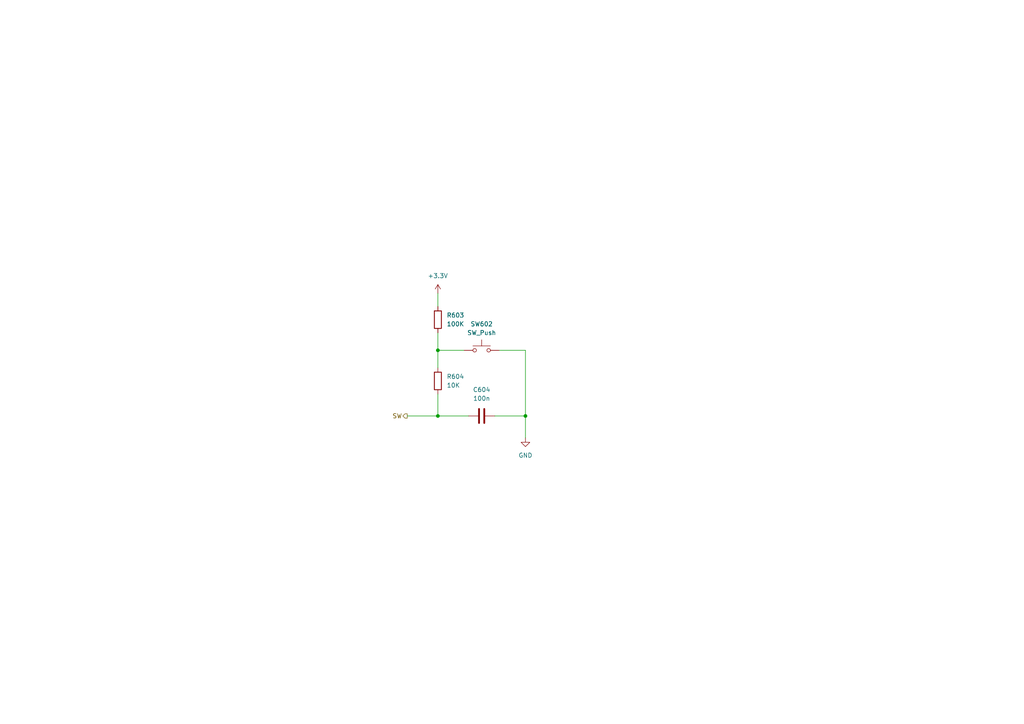
<source format=kicad_sch>
(kicad_sch (version 20230121) (generator eeschema)
  (paper "A4")
  (title_block (title "WS2812 Simple Controller") (date "2023-09-10") (rev "1") (company "Stefan Misik") (comment 1 "CPU Filtered Button"))
  (lib_symbols
    (symbol "Device:C" (pin_numbers hide) (pin_names (offset 0.254))
      (property "Reference" "C" (at 0.635 2.54 0))
      (property "Value" "C" (at 0.635 -2.54 0))
      (symbol "C_0_1"
        (polyline (pts (xy -2.032 -0.762) (xy 2.032 -0.762)) (stroke (width 0.508)))
        (polyline (pts (xy -2.032 0.762) (xy 2.032 0.762)) (stroke (width 0.508)))
      )
      (symbol "C_1_1"
        (pin passive line (at 0 3.81 270) (length 2.794) (name "~") (number "1"))
        (pin passive line (at 0 -3.81 90) (length 2.794) (name "~") (number "2"))
      )
    )
    (symbol "Device:R" (pin_numbers hide) (pin_names (offset 0))
      (property "Reference" "R" (at 2.032 0 90))
      (property "Value" "R" (at 0 0 90))
      (symbol "R_0_1"
        (rectangle (start -1.016 -2.54) (end 1.016 2.54) (stroke (width 0.254)))
      )
      (symbol "R_1_1"
        (pin passive line (at 0 3.81 270) (length 1.27) (name "~") (number "1"))
        (pin passive line (at 0 -3.81 90) (length 1.27) (name "~") (number "2"))
      )
    )
    (symbol "Switch:SW_Push" (pin_numbers hide) (pin_names (offset 1.016) hide)
      (property "Reference" "SW" (at 1.27 2.54 0))
      (property "Value" "SW_Push" (at 0 -1.524 0))
      (symbol "SW_Push_0_1"
        (circle (center -2.032 0) (radius 0.508))
        (polyline (pts (xy 0 1.27) (xy 0 3.048)))
        (polyline (pts (xy 2.54 1.27) (xy -2.54 1.27)))
        (circle (center 2.032 0) (radius 0.508))
        (pin passive line (at -5.08 0 0) (length 2.54) (name "1") (number "1"))
        (pin passive line (at 5.08 0 180) (length 2.54) (name "2") (number "2"))
      )
    )
    (symbol "power:+3.3V" (power) (pin_names (offset 0))
      (property "Value" "+3.3V" (at 0 3.556 0))
      (symbol "+3.3V_0_1"
        (polyline (pts (xy -0.762 1.27) (xy 0 2.54)))
        (polyline (pts (xy 0 0) (xy 0 2.54)))
        (polyline (pts (xy 0 2.54) (xy 0.762 1.27)))
      )
      (symbol "+3.3V_1_1"
        (pin power_in line (at 0 0 90) (length 0) hide (name "+3.3V") (number "1"))
      )
    )
    (symbol "power:GND" (power) (pin_names (offset 0))
      (property "Value" "GND" (at 0 -3.81 0))
      (symbol "GND_0_1"
        (polyline (pts (xy 0 0) (xy 0 -1.27) (xy 1.27 -1.27) (xy 0 -2.54) (xy -1.27 -1.27) (xy 0 -1.27)))
      )
      (symbol "GND_1_1"
        (pin power_in line (at 0 0 270) (length 0) hide (name "GND") (number "1"))
      )
    )
  )
  (junction (at 127 120.65))
  (junction (at 127 101.6))
  (junction (at 152.4 120.65))
  (wire (pts (xy 127 85.09) (xy 127 88.9)))
  (wire (pts (xy 127 96.52) (xy 127 101.6)))
  (wire (pts (xy 144.78 101.6) (xy 152.4 101.6)))
  (wire (pts (xy 127 101.6) (xy 134.62 101.6)))
  (wire (pts (xy 118.11 120.65) (xy 127 120.65)))
  (wire (pts (xy 152.4 120.65) (xy 152.4 127)))
  (wire (pts (xy 127 120.65) (xy 135.89 120.65)))
  (wire (pts (xy 127 101.6) (xy 127 106.68)))
  (wire (pts (xy 152.4 101.6) (xy 152.4 120.65)))
  (wire (pts (xy 127 114.3) (xy 127 120.65)))
  (wire (pts (xy 143.51 120.65) (xy 152.4 120.65)))
  (hierarchical_label "SW" (shape output) (at 118.11 120.65 180))
  (symbol (lib_id "power:GND") (at 152.4 127 0) (unit 1)
    (property "Reference" "#PWR0621" (effects hide))
    (property "Value" "GND" (at 152.4 132.08 0))
    (instances (project "simple_control" (path "" (reference "#PWR0621") (unit 1)) (path "" (reference "#PWR0704") (unit 1)) (path "" (reference "#PWR01409") (unit 1)) (path "" (reference "#PWR01802") (unit 1)) (path "" (reference "#PWR01902") (unit 1)) (path "" (reference "#PWR02002") (unit 1))))
  )
  (symbol (lib_id "Switch:SW_Push") (at 139.7 101.6 0) (unit 1)
    (property "Reference" "SW602" (at 139.7 93.98 0))
    (property "Value" "SW_Push" (at 139.7 96.52 0))
    (property "Footprint" "Button_Switch_THT:SW_PUSH_6mm" (effects hide))
    (instances (project "simple_control" (path "" (reference "SW602") (unit 1)) (path "" (reference "SW701") (unit 1)) (path "" (reference "SW1401") (unit 1)) (path "" (reference "SW1801") (unit 1)) (path "" (reference "SW1901") (unit 1)) (path "" (reference "SW2001") (unit 1))))
  )
  (symbol (lib_id "Device:R") (at 127 110.49 0) (unit 1)
    (property "Reference" "R604" (at 129.54 109.22 0) (effects (justify left)))
    (property "Value" "10K" (at 129.54 111.76 0) (effects (justify left)))
    (property "Footprint" "Resistor_SMD:R_0805_2012Metric_Pad1.20x1.40mm_HandSolder" (effects hide))
    (instances (project "simple_control" (path "" (reference "R604") (unit 1)) (path "" (reference "R704") (unit 1)) (path "" (reference "R1402") (unit 1)) (path "" (reference "R1802") (unit 1)) (path "" (reference "R1902") (unit 1)) (path "" (reference "R2002") (unit 1))))
  )
  (symbol (lib_id "Device:C") (at 139.7 120.65 90) (unit 1)
    (property "Reference" "C604" (at 139.7 113.03 90))
    (property "Value" "100n" (at 139.7 115.57 90))
    (property "Footprint" "Capacitor_SMD:C_0805_2012Metric_Pad1.18x1.45mm_HandSolder" (effects hide))
    (instances (project "simple_control" (path "" (reference "C604") (unit 1)) (path "" (reference "C701") (unit 1)) (path "" (reference "C1403") (unit 1)) (path "" (reference "C1801") (unit 1)) (path "" (reference "C1901") (unit 1)) (path "" (reference "C2001") (unit 1))))
  )
  (symbol (lib_id "Device:R") (at 127 92.71 0) (unit 1)
    (property "Reference" "R603" (at 129.54 91.44 0) (effects (justify left)))
    (property "Value" "100K" (at 129.54 93.98 0) (effects (justify left)))
    (property "Footprint" "Resistor_SMD:R_0805_2012Metric_Pad1.20x1.40mm_HandSolder" (effects hide))
    (instances (project "simple_control" (path "" (reference "R603") (unit 1)) (path "" (reference "R703") (unit 1)) (path "" (reference "R1401") (unit 1)) (path "" (reference "R1801") (unit 1)) (path "" (reference "R1901") (unit 1)) (path "" (reference "R2001") (unit 1))))
  )
  (symbol (lib_id "power:+3.3V") (at 127 85.09 0) (unit 1)
    (property "Reference" "#PWR0620" (effects hide))
    (property "Value" "+3.3V" (at 127 80.01 0))
    (instances (project "simple_control" (path "" (reference "#PWR0620") (unit 1)) (path "" (reference "#PWR0703") (unit 1)) (path "" (reference "#PWR01408") (unit 1)) (path "" (reference "#PWR01801") (unit 1)) (path "" (reference "#PWR01901") (unit 1)) (path "" (reference "#PWR02001") (unit 1))))
  )
)
</source>
